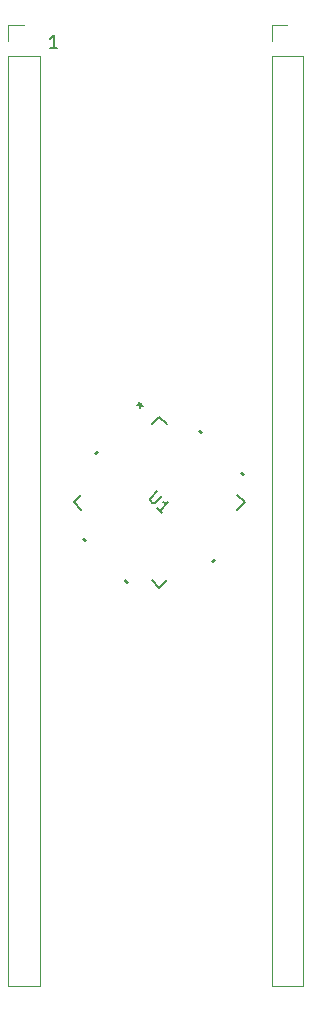
<source format=gbr>
%TF.GenerationSoftware,KiCad,Pcbnew,7.0.5*%
%TF.CreationDate,2023-07-25T09:56:50-05:00*%
%TF.ProjectId,AcoplePic32,41636f70-6c65-4506-9963-33322e6b6963,rev?*%
%TF.SameCoordinates,Original*%
%TF.FileFunction,Legend,Top*%
%TF.FilePolarity,Positive*%
%FSLAX46Y46*%
G04 Gerber Fmt 4.6, Leading zero omitted, Abs format (unit mm)*
G04 Created by KiCad (PCBNEW 7.0.5) date 2023-07-25 09:56:50*
%MOMM*%
%LPD*%
G01*
G04 APERTURE LIST*
%ADD10C,0.150000*%
%ADD11C,0.120000*%
%ADD12C,0.152400*%
G04 APERTURE END LIST*
D10*
X113712779Y-52562580D02*
X113084207Y-52562580D01*
X113398493Y-52562580D02*
X113398493Y-51462580D01*
X113398493Y-51462580D02*
X113293731Y-51619723D01*
X113293731Y-51619723D02*
X113188969Y-51724485D01*
X113188969Y-51724485D02*
X113084207Y-51776866D01*
%TO.C,U1*%
X122180928Y-90075750D02*
X121608508Y-90648170D01*
X121608508Y-90648170D02*
X121574836Y-90749185D01*
X121574836Y-90749185D02*
X121574836Y-90816529D01*
X121574836Y-90816529D02*
X121608508Y-90917544D01*
X121608508Y-90917544D02*
X121743195Y-91052231D01*
X121743195Y-91052231D02*
X121844210Y-91085903D01*
X121844210Y-91085903D02*
X121911554Y-91085903D01*
X121911554Y-91085903D02*
X122012569Y-91052231D01*
X122012569Y-91052231D02*
X122584989Y-90479811D01*
X122584989Y-91894025D02*
X122180928Y-91489964D01*
X122382958Y-91691994D02*
X123090065Y-90984888D01*
X123090065Y-90984888D02*
X122921706Y-91018559D01*
X122921706Y-91018559D02*
X122787019Y-91018559D01*
X122787019Y-91018559D02*
X122686004Y-90984888D01*
X120878370Y-82577523D02*
X120710011Y-82745881D01*
X120608996Y-82510179D02*
X120710011Y-82745881D01*
X120710011Y-82745881D02*
X120945713Y-82846897D01*
X120474309Y-82779553D02*
X120710011Y-82745881D01*
X120710011Y-82745881D02*
X120676339Y-82981584D01*
X120878370Y-82577523D02*
X120710011Y-82745881D01*
X120608996Y-82510179D02*
X120710011Y-82745881D01*
X120710011Y-82745881D02*
X120945713Y-82846897D01*
X120474309Y-82779553D02*
X120710011Y-82745881D01*
X120710011Y-82745881D02*
X120676339Y-82981584D01*
D11*
%TO.C,J1*%
X109539709Y-50568058D02*
X110869709Y-50568058D01*
X109539709Y-51898058D02*
X109539709Y-50568058D01*
X109539709Y-53168058D02*
X109539709Y-131968058D01*
X109539709Y-53168058D02*
X112199709Y-53168058D01*
X109539709Y-131968058D02*
X112199709Y-131968058D01*
X112199709Y-53168058D02*
X112199709Y-131968058D01*
%TO.C,J3*%
X131839709Y-50568058D02*
X133169709Y-50568058D01*
X131839709Y-51898058D02*
X131839709Y-50568058D01*
X131839709Y-53168058D02*
X131839709Y-131968058D01*
X131839709Y-53168058D02*
X134499709Y-53168058D01*
X131839709Y-131968058D02*
X134499709Y-131968058D01*
X134499709Y-53168058D02*
X134499709Y-131968058D01*
D12*
%TO.C,U1*%
X122334175Y-83743953D02*
X121691867Y-84386261D01*
X115720436Y-90357692D02*
X115078128Y-91000000D01*
X115078128Y-91000000D02*
X115720436Y-91642308D01*
X122976483Y-84386261D02*
X122334175Y-83743953D01*
X121691867Y-97613739D02*
X122334175Y-98256047D01*
X129590222Y-91000000D02*
X128947914Y-90357692D01*
X128947914Y-91642308D02*
X129590222Y-91000000D01*
X122334175Y-98256047D02*
X122976483Y-97613739D01*
G36*
X117268815Y-86725894D02*
G01*
X116999407Y-86995301D01*
X116819802Y-86815696D01*
X117089210Y-86546289D01*
X117268815Y-86725894D01*
G37*
G36*
X116208155Y-94213446D02*
G01*
X116028550Y-94393051D01*
X115759142Y-94123643D01*
X115938747Y-93944038D01*
X116208155Y-94213446D01*
G37*
G36*
X126080781Y-85047929D02*
G01*
X125901176Y-85227534D01*
X125631768Y-84958127D01*
X125811373Y-84778522D01*
X126080781Y-85047929D01*
G37*
G36*
X119743689Y-97748981D02*
G01*
X119564084Y-97928586D01*
X119294677Y-97659178D01*
X119474282Y-97479573D01*
X119743689Y-97748981D01*
G37*
G36*
X129616315Y-88583463D02*
G01*
X129436710Y-88763068D01*
X129167302Y-88493661D01*
X129346907Y-88314056D01*
X129616315Y-88583463D01*
G37*
G36*
X127141441Y-95891410D02*
G01*
X126872033Y-96160819D01*
X126692428Y-95981214D01*
X126961836Y-95711805D01*
X127141441Y-95891410D01*
G37*
%TD*%
M02*

</source>
